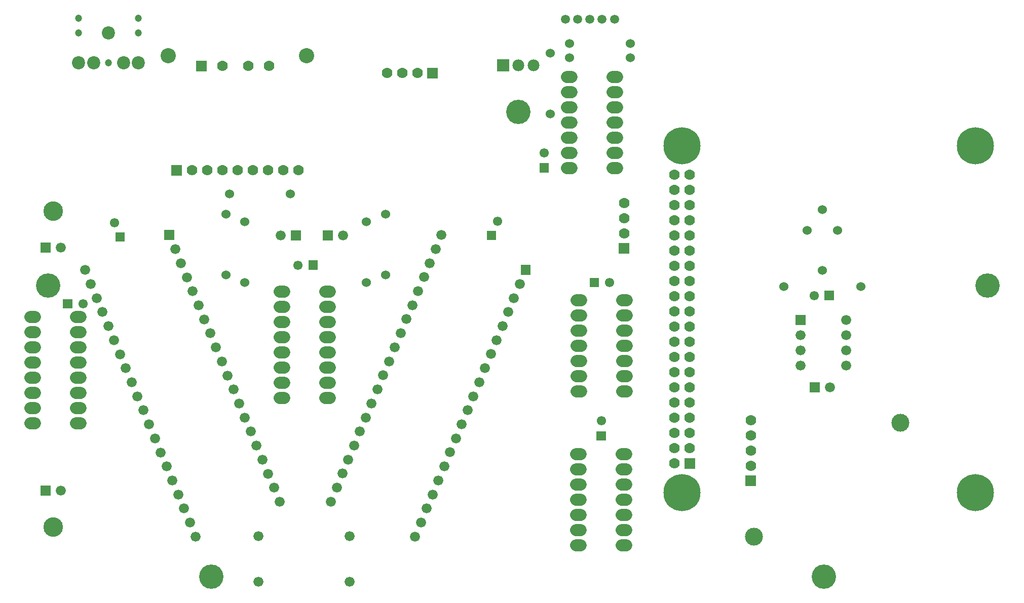
<source format=gbr>
G04 start of page 8 for group -4062 idx -4062 *
G04 Title: (unknown), soldermask *
G04 Creator: pcb 20140316 *
G04 CreationDate: Sat 22 Apr 2017 04:45:52 AM GMT UTC *
G04 For: vince *
G04 Format: Gerber/RS-274X *
G04 PCB-Dimensions (mil): 6900.00 3900.00 *
G04 PCB-Coordinate-Origin: lower left *
%MOIN*%
%FSLAX25Y25*%
%LNBOTTOMMASK*%
%ADD109C,0.1000*%
%ADD108C,0.0866*%
%ADD107C,0.0472*%
%ADD106C,0.0780*%
%ADD105C,0.0591*%
%ADD104C,0.0610*%
%ADD103C,0.0600*%
%ADD102C,0.0700*%
%ADD101C,0.1181*%
%ADD100C,0.2441*%
%ADD99C,0.0001*%
%ADD98C,0.1285*%
%ADD97C,0.0800*%
%ADD96C,0.1600*%
%ADD95C,0.0660*%
G54D95*X174500Y40500D03*
Y10500D03*
G54D96*X143500Y14000D03*
G54D95*X146483Y164840D03*
G54D97*X189985Y161413D03*
Y151413D03*
Y141413D03*
Y131413D03*
G54D95*X150310Y155601D03*
X154136Y146362D03*
X157963Y137123D03*
X161790Y127885D03*
X165617Y118646D03*
X169444Y109407D03*
X173271Y100168D03*
X177097Y90929D03*
X180924Y81690D03*
X184751Y72452D03*
X188578Y63213D03*
X133145Y40252D03*
X129319Y49491D03*
X125491Y58730D03*
X121665Y67968D03*
X117838Y77207D03*
X114011Y86446D03*
X110184Y95685D03*
X106357Y104923D03*
G54D98*X39476Y46465D03*
G54D99*G36*
X31176Y73765D02*Y67165D01*
X37776D01*
Y73765D01*
X31176D01*
G37*
G54D95*X44476Y70465D03*
X234500Y40500D03*
Y10500D03*
X222137Y63280D03*
X225964Y72519D03*
X229791Y81758D03*
X233618Y90996D03*
X237445Y100235D03*
X241271Y109474D03*
X245099Y118713D03*
X248925Y127952D03*
G54D97*X219985Y131413D03*
Y141413D03*
Y151413D03*
Y161413D03*
G54D95*X252752Y137190D03*
X256579Y146429D03*
X260406Y155668D03*
X264233Y164907D03*
G54D100*X453280Y297626D03*
X646193D03*
G54D101*X596799Y115157D03*
G54D100*X646193Y69280D03*
G54D96*X654000Y205500D03*
G54D102*X458280Y148453D03*
Y158453D03*
Y168453D03*
Y178453D03*
X448280D03*
X458280Y188453D03*
Y108453D03*
X448280D03*
X458280Y118453D03*
Y128453D03*
Y138453D03*
X448280Y118453D03*
Y128453D03*
Y138453D03*
Y148453D03*
Y158453D03*
Y168453D03*
G54D99*G36*
X537200Y141800D02*Y135200D01*
X543800D01*
Y141800D01*
X537200D01*
G37*
G54D95*X550500Y138500D03*
X531000Y153000D03*
G54D96*X546500Y14000D03*
G54D99*G36*
X527700Y186300D02*Y179700D01*
X534300D01*
Y186300D01*
X527700D01*
G37*
G54D95*X531000Y173000D03*
Y163000D03*
X561000Y153000D03*
Y163000D03*
Y173000D03*
Y183000D03*
G54D103*X555500Y242000D03*
X545500Y255500D03*
Y215500D03*
X570807Y205045D03*
X520193D03*
G54D99*G36*
X546950Y202050D02*Y195950D01*
X553050D01*
Y202050D01*
X546950D01*
G37*
G54D104*X540000Y199000D03*
G54D103*X535500Y242000D03*
G54D100*X453280Y69280D03*
G54D99*G36*
X454780Y91953D02*Y84953D01*
X461780D01*
Y91953D01*
X454780D01*
G37*
G54D102*X448280Y88453D03*
Y98453D03*
G54D101*X500343Y40354D03*
G54D102*X498374Y117000D03*
Y107000D03*
X458280Y98453D03*
X498374Y97000D03*
Y87000D03*
G54D99*G36*
X494874Y80500D02*Y73500D01*
X501874D01*
Y80500D01*
X494874D01*
G37*
G54D102*X448280Y258453D03*
Y268453D03*
Y278453D03*
G54D97*X409000Y313000D03*
X379000D03*
X409000Y303000D03*
Y293000D03*
Y283000D03*
X379000D03*
Y293000D03*
Y303000D03*
G54D99*G36*
X359450Y286050D02*Y279950D01*
X365550D01*
Y286050D01*
X359450D01*
G37*
G54D104*X362500Y293000D03*
G54D102*X415000Y260000D03*
G54D103*X419000Y365000D03*
G54D97*X409000Y343000D03*
Y333000D03*
G54D105*X408642Y381000D03*
G54D103*X419000Y355500D03*
G54D97*X409000Y323000D03*
X379000D03*
G54D105*X376358Y381000D03*
X384626D03*
X392500D03*
X400374D03*
G54D103*X379000Y355500D03*
G54D96*X345500Y320000D03*
G54D103*X366500Y318500D03*
X379000Y365000D03*
X366500Y358500D03*
G54D97*X379000Y333000D03*
Y343000D03*
G54D99*G36*
X331600Y354400D02*Y346600D01*
X339400D01*
Y354400D01*
X331600D01*
G37*
G54D106*X345500Y350500D03*
X355500D03*
G54D99*G36*
X285500Y349000D02*Y342000D01*
X292500D01*
Y349000D01*
X285500D01*
G37*
G54D102*X279000Y345500D03*
X269000D03*
X259000D03*
G54D107*X75931Y352115D03*
X56246Y381643D03*
Y371800D03*
X95616Y381643D03*
Y371800D03*
G54D108*X75931D03*
X95616Y352115D03*
G54D109*X206192Y356920D03*
X115192D03*
G54D102*X167661Y350160D03*
X150731D03*
G54D99*G36*
X133452Y353660D02*Y346660D01*
X140452D01*
Y353660D01*
X133452D01*
G37*
G54D108*X56246Y352115D03*
X85774D03*
X66089D03*
G54D102*X181440Y350160D03*
G54D103*X155500Y266000D03*
G54D102*X170692Y281420D03*
X160692D03*
G54D103*X195500Y266000D03*
G54D102*X200692Y281420D03*
X190692D03*
X180692D03*
X150692D03*
X140692D03*
X130692D03*
G54D99*G36*
X117192Y284920D02*Y277920D01*
X124192D01*
Y284920D01*
X117192D01*
G37*
G54D102*X448280Y188453D03*
Y198453D03*
Y208453D03*
X458280Y198453D03*
Y208453D03*
Y218453D03*
X448280D03*
Y228453D03*
Y238453D03*
Y248453D03*
X458280Y228453D03*
Y238453D03*
Y248453D03*
Y258453D03*
Y268453D03*
Y278453D03*
G54D97*X415455Y196000D03*
Y186000D03*
Y176000D03*
G54D99*G36*
X411500Y233500D02*Y226500D01*
X418500D01*
Y233500D01*
X411500D01*
G37*
G54D102*X415000Y240000D03*
Y250000D03*
G54D97*X415455Y166000D03*
Y156000D03*
Y146000D03*
Y136000D03*
X385455Y156000D03*
Y166000D03*
Y176000D03*
Y186000D03*
Y196000D03*
G54D99*G36*
X392450Y210550D02*Y204450D01*
X398550D01*
Y210550D01*
X392450D01*
G37*
G54D104*X405500Y207500D03*
G54D97*X385455Y136000D03*
X385000Y94500D03*
X415000D03*
Y84500D03*
Y74500D03*
G54D99*G36*
X396950Y109550D02*Y103450D01*
X403050D01*
Y109550D01*
X396950D01*
G37*
G54D104*X400000Y116500D03*
G54D97*X415000Y64500D03*
X385000D03*
Y74500D03*
Y84500D03*
X415000Y54500D03*
X385000D03*
X415000Y44500D03*
X385000D03*
X415000Y34500D03*
X385000D03*
X385455Y146000D03*
G54D99*G36*
X346980Y219156D02*Y212556D01*
X353580D01*
Y219156D01*
X346980D01*
G37*
G54D95*X346453Y206617D03*
X342626Y197378D03*
X338799Y188139D03*
X334973Y178901D03*
X331146Y169662D03*
X323492Y151184D03*
X319665Y141946D03*
X315838Y132707D03*
X312012Y123468D03*
X308185Y114229D03*
X304358Y104991D03*
X300531Y95752D03*
X296704Y86513D03*
X292877Y77274D03*
X289051Y68035D03*
X285224Y58796D03*
X281397Y49557D03*
X277570Y40319D03*
X327319Y160423D03*
X275713Y192623D03*
X279540Y201862D03*
X283367Y211100D03*
X287193Y220339D03*
X291021Y229578D03*
X294847Y238817D03*
G54D99*G36*
X324751Y241579D02*Y235479D01*
X330851D01*
Y241579D01*
X324751D01*
G37*
G54D104*X331628Y247768D03*
G54D99*G36*
X112568Y242050D02*Y235450D01*
X119168D01*
Y242050D01*
X112568D01*
G37*
G36*
X216700Y241800D02*Y235200D01*
X223300D01*
Y241800D01*
X216700D01*
G37*
G54D95*X230000Y238500D03*
G54D99*G36*
X195700Y241800D02*Y235200D01*
X202300D01*
Y241800D01*
X195700D01*
G37*
G54D95*X189000Y238500D03*
X119695Y229511D03*
X123522Y220272D03*
X127349Y211033D03*
G54D103*X165500Y207500D03*
X153000Y212500D03*
X165500Y247500D03*
X153000Y252500D03*
G54D95*X102530Y114162D03*
G54D97*X56000Y115000D03*
G54D95*X98704Y123401D03*
G54D97*X56000Y125000D03*
G54D95*X94877Y132640D03*
X91050Y141879D03*
X87223Y151117D03*
X83396Y160356D03*
X79570Y169595D03*
X75743Y178834D03*
X71916Y188072D03*
X68089Y197311D03*
G54D99*G36*
X45950Y196550D02*Y190450D01*
X52050D01*
Y196550D01*
X45950D01*
G37*
G54D104*X59000Y193500D03*
G54D95*X64263Y206550D03*
X60435Y215789D03*
G54D96*X36000Y205500D03*
G54D99*G36*
X31176Y233765D02*Y227165D01*
X37776D01*
Y233765D01*
X31176D01*
G37*
G54D95*X44476Y230465D03*
G54D97*X56000Y185000D03*
G54D99*G36*
X80519Y240663D02*Y234563D01*
X86619D01*
Y240663D01*
X80519D01*
G37*
G54D104*X79742Y246852D03*
G54D98*X39476Y254465D03*
G54D97*X56000Y135000D03*
Y145000D03*
Y155000D03*
Y165000D03*
Y175000D03*
X26000Y185000D03*
Y175000D03*
Y165000D03*
Y155000D03*
Y145000D03*
Y135000D03*
Y125000D03*
Y115000D03*
G54D103*X245500Y207500D03*
Y247500D03*
X258000Y212500D03*
Y252500D03*
G54D95*X268060Y174145D03*
X271886Y183384D03*
G54D97*X219985Y171413D03*
G54D95*X131175Y201795D03*
X135002Y192556D03*
X138829Y183317D03*
X142656Y174078D03*
G54D97*X219985Y181413D03*
Y191413D03*
Y201413D03*
G54D99*G36*
X207450Y222050D02*Y215950D01*
X213550D01*
Y222050D01*
X207450D01*
G37*
G54D104*X200500Y219000D03*
G54D97*X189985Y201413D03*
Y191413D03*
Y181413D03*
Y171413D03*
X54500Y115000D02*X57500D01*
X54500Y125000D02*X57500D01*
X54500Y135000D02*X57500D01*
X54500Y145000D02*X57500D01*
X54500Y155000D02*X57500D01*
X54500Y165000D02*X57500D01*
X54500Y175000D02*X57500D01*
X54500Y185000D02*X57500D01*
X24500D02*X27500D01*
X24500Y175000D02*X27500D01*
X24500Y165000D02*X27500D01*
X24500Y155000D02*X27500D01*
X24500Y145000D02*X27500D01*
X24500Y135000D02*X27500D01*
X24500Y125000D02*X27500D01*
X24500Y115000D02*X27500D01*
X218485Y131413D02*X221485D01*
X218485Y141413D02*X221485D01*
X218485Y151413D02*X221485D01*
X218485Y161413D02*X221485D01*
X218485Y171413D02*X221485D01*
X218485Y181413D02*X221485D01*
X218485Y191413D02*X221485D01*
X218485Y201413D02*X221485D01*
X188485D02*X191485D01*
X188485Y191413D02*X191485D01*
X188485Y181413D02*X191485D01*
X188485Y171413D02*X191485D01*
X188485Y161413D02*X191485D01*
X188485Y151413D02*X191485D01*
X188485Y141413D02*X191485D01*
X188485Y131413D02*X191485D01*
X413955Y156000D02*X416955D01*
X413955Y146000D02*X416955D01*
X413955Y136000D02*X416955D01*
X383955D02*X386955D01*
X383955Y146000D02*X386955D01*
X383955Y156000D02*X386955D01*
X383955Y166000D02*X386955D01*
X383955Y176000D02*X386955D01*
X383955Y186000D02*X386955D01*
X383955Y196000D02*X386955D01*
X413955Y176000D02*X416955D01*
X413955Y166000D02*X416955D01*
X413955Y196000D02*X416955D01*
X413955Y186000D02*X416955D01*
X413500Y94500D02*X416500D01*
X413500Y84500D02*X416500D01*
X413500Y74500D02*X416500D01*
X413500Y64500D02*X416500D01*
X413500Y54500D02*X416500D01*
X413500Y44500D02*X416500D01*
X413500Y34500D02*X416500D01*
X383500D02*X386500D01*
X383500Y44500D02*X386500D01*
X383500Y54500D02*X386500D01*
X383500Y64500D02*X386500D01*
X383500Y74500D02*X386500D01*
X383500Y84500D02*X386500D01*
X383500Y94500D02*X386500D01*
X407500Y343000D02*X410500D01*
X407500Y333000D02*X410500D01*
X407500Y323000D02*X410500D01*
X407500Y313000D02*X410500D01*
X407500Y303000D02*X410500D01*
X407500Y293000D02*X410500D01*
X407500Y283000D02*X410500D01*
X377500D02*X380500D01*
X377500Y293000D02*X380500D01*
X377500Y303000D02*X380500D01*
X377500Y313000D02*X380500D01*
X377500Y323000D02*X380500D01*
X377500Y333000D02*X380500D01*
X377500Y343000D02*X380500D01*
M02*

</source>
